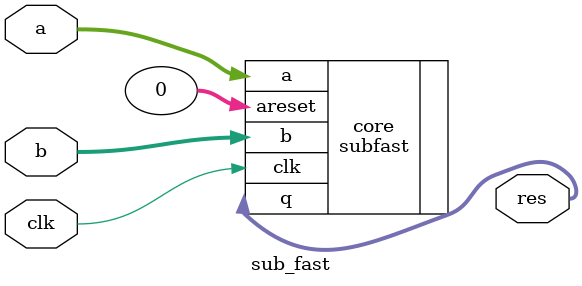
<source format=v>
`timescale 1ns / 1ps


module sub_fast(
    input clk,
    input [31:0] a,
    input [31:0] b,
    output [31:0] res
    );
    
subfast core(
		.a(a),      //      a.a
		.areset(0), // areset.reset
		.b(b),      //      b.b
		.clk(clk),    //    clk.clk
		.q(res)       //      q.q
	);
    
endmodule

</source>
